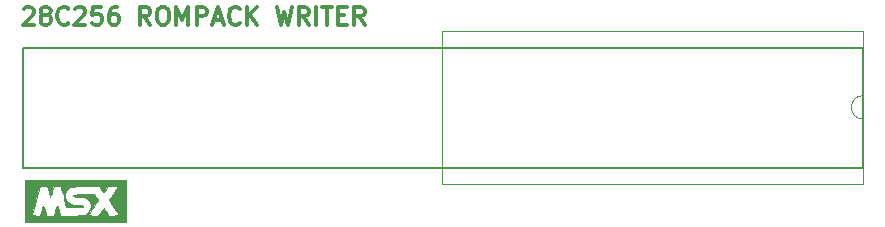
<source format=gbr>
G04 #@! TF.FileFunction,Legend,Top*
%FSLAX46Y46*%
G04 Gerber Fmt 4.6, Leading zero omitted, Abs format (unit mm)*
G04 Created by KiCad (PCBNEW 4.0.7) date 02/21/19 10:09:24*
%MOMM*%
%LPD*%
G01*
G04 APERTURE LIST*
%ADD10C,0.100000*%
%ADD11C,0.300000*%
%ADD12C,0.150000*%
%ADD13C,0.120000*%
%ADD14C,0.010000*%
G04 APERTURE END LIST*
D10*
D11*
X111745929Y-96603429D02*
X111817358Y-96532000D01*
X111960215Y-96460571D01*
X112317358Y-96460571D01*
X112460215Y-96532000D01*
X112531644Y-96603429D01*
X112603072Y-96746286D01*
X112603072Y-96889143D01*
X112531644Y-97103429D01*
X111674501Y-97960571D01*
X112603072Y-97960571D01*
X113460215Y-97103429D02*
X113317357Y-97032000D01*
X113245929Y-96960571D01*
X113174500Y-96817714D01*
X113174500Y-96746286D01*
X113245929Y-96603429D01*
X113317357Y-96532000D01*
X113460215Y-96460571D01*
X113745929Y-96460571D01*
X113888786Y-96532000D01*
X113960215Y-96603429D01*
X114031643Y-96746286D01*
X114031643Y-96817714D01*
X113960215Y-96960571D01*
X113888786Y-97032000D01*
X113745929Y-97103429D01*
X113460215Y-97103429D01*
X113317357Y-97174857D01*
X113245929Y-97246286D01*
X113174500Y-97389143D01*
X113174500Y-97674857D01*
X113245929Y-97817714D01*
X113317357Y-97889143D01*
X113460215Y-97960571D01*
X113745929Y-97960571D01*
X113888786Y-97889143D01*
X113960215Y-97817714D01*
X114031643Y-97674857D01*
X114031643Y-97389143D01*
X113960215Y-97246286D01*
X113888786Y-97174857D01*
X113745929Y-97103429D01*
X115531643Y-97817714D02*
X115460214Y-97889143D01*
X115245928Y-97960571D01*
X115103071Y-97960571D01*
X114888786Y-97889143D01*
X114745928Y-97746286D01*
X114674500Y-97603429D01*
X114603071Y-97317714D01*
X114603071Y-97103429D01*
X114674500Y-96817714D01*
X114745928Y-96674857D01*
X114888786Y-96532000D01*
X115103071Y-96460571D01*
X115245928Y-96460571D01*
X115460214Y-96532000D01*
X115531643Y-96603429D01*
X116103071Y-96603429D02*
X116174500Y-96532000D01*
X116317357Y-96460571D01*
X116674500Y-96460571D01*
X116817357Y-96532000D01*
X116888786Y-96603429D01*
X116960214Y-96746286D01*
X116960214Y-96889143D01*
X116888786Y-97103429D01*
X116031643Y-97960571D01*
X116960214Y-97960571D01*
X118317357Y-96460571D02*
X117603071Y-96460571D01*
X117531642Y-97174857D01*
X117603071Y-97103429D01*
X117745928Y-97032000D01*
X118103071Y-97032000D01*
X118245928Y-97103429D01*
X118317357Y-97174857D01*
X118388785Y-97317714D01*
X118388785Y-97674857D01*
X118317357Y-97817714D01*
X118245928Y-97889143D01*
X118103071Y-97960571D01*
X117745928Y-97960571D01*
X117603071Y-97889143D01*
X117531642Y-97817714D01*
X119674499Y-96460571D02*
X119388785Y-96460571D01*
X119245928Y-96532000D01*
X119174499Y-96603429D01*
X119031642Y-96817714D01*
X118960213Y-97103429D01*
X118960213Y-97674857D01*
X119031642Y-97817714D01*
X119103070Y-97889143D01*
X119245928Y-97960571D01*
X119531642Y-97960571D01*
X119674499Y-97889143D01*
X119745928Y-97817714D01*
X119817356Y-97674857D01*
X119817356Y-97317714D01*
X119745928Y-97174857D01*
X119674499Y-97103429D01*
X119531642Y-97032000D01*
X119245928Y-97032000D01*
X119103070Y-97103429D01*
X119031642Y-97174857D01*
X118960213Y-97317714D01*
X122460213Y-97960571D02*
X121960213Y-97246286D01*
X121603070Y-97960571D02*
X121603070Y-96460571D01*
X122174498Y-96460571D01*
X122317356Y-96532000D01*
X122388784Y-96603429D01*
X122460213Y-96746286D01*
X122460213Y-96960571D01*
X122388784Y-97103429D01*
X122317356Y-97174857D01*
X122174498Y-97246286D01*
X121603070Y-97246286D01*
X123388784Y-96460571D02*
X123674498Y-96460571D01*
X123817356Y-96532000D01*
X123960213Y-96674857D01*
X124031641Y-96960571D01*
X124031641Y-97460571D01*
X123960213Y-97746286D01*
X123817356Y-97889143D01*
X123674498Y-97960571D01*
X123388784Y-97960571D01*
X123245927Y-97889143D01*
X123103070Y-97746286D01*
X123031641Y-97460571D01*
X123031641Y-96960571D01*
X123103070Y-96674857D01*
X123245927Y-96532000D01*
X123388784Y-96460571D01*
X124674499Y-97960571D02*
X124674499Y-96460571D01*
X125174499Y-97532000D01*
X125674499Y-96460571D01*
X125674499Y-97960571D01*
X126388785Y-97960571D02*
X126388785Y-96460571D01*
X126960213Y-96460571D01*
X127103071Y-96532000D01*
X127174499Y-96603429D01*
X127245928Y-96746286D01*
X127245928Y-96960571D01*
X127174499Y-97103429D01*
X127103071Y-97174857D01*
X126960213Y-97246286D01*
X126388785Y-97246286D01*
X127817356Y-97532000D02*
X128531642Y-97532000D01*
X127674499Y-97960571D02*
X128174499Y-96460571D01*
X128674499Y-97960571D01*
X130031642Y-97817714D02*
X129960213Y-97889143D01*
X129745927Y-97960571D01*
X129603070Y-97960571D01*
X129388785Y-97889143D01*
X129245927Y-97746286D01*
X129174499Y-97603429D01*
X129103070Y-97317714D01*
X129103070Y-97103429D01*
X129174499Y-96817714D01*
X129245927Y-96674857D01*
X129388785Y-96532000D01*
X129603070Y-96460571D01*
X129745927Y-96460571D01*
X129960213Y-96532000D01*
X130031642Y-96603429D01*
X130674499Y-97960571D02*
X130674499Y-96460571D01*
X131531642Y-97960571D02*
X130888785Y-97103429D01*
X131531642Y-96460571D02*
X130674499Y-97317714D01*
X133174499Y-96460571D02*
X133531642Y-97960571D01*
X133817356Y-96889143D01*
X134103070Y-97960571D01*
X134460213Y-96460571D01*
X135888785Y-97960571D02*
X135388785Y-97246286D01*
X135031642Y-97960571D02*
X135031642Y-96460571D01*
X135603070Y-96460571D01*
X135745928Y-96532000D01*
X135817356Y-96603429D01*
X135888785Y-96746286D01*
X135888785Y-96960571D01*
X135817356Y-97103429D01*
X135745928Y-97174857D01*
X135603070Y-97246286D01*
X135031642Y-97246286D01*
X136531642Y-97960571D02*
X136531642Y-96460571D01*
X137031642Y-96460571D02*
X137888785Y-96460571D01*
X137460214Y-97960571D02*
X137460214Y-96460571D01*
X138388785Y-97174857D02*
X138888785Y-97174857D01*
X139103071Y-97960571D02*
X138388785Y-97960571D01*
X138388785Y-96460571D01*
X139103071Y-96460571D01*
X140603071Y-97960571D02*
X140103071Y-97246286D01*
X139745928Y-97960571D02*
X139745928Y-96460571D01*
X140317356Y-96460571D01*
X140460214Y-96532000D01*
X140531642Y-96603429D01*
X140603071Y-96746286D01*
X140603071Y-96960571D01*
X140531642Y-97103429D01*
X140460214Y-97174857D01*
X140317356Y-97246286D01*
X139745928Y-97246286D01*
D12*
X111671000Y-99924000D02*
X182791000Y-99924000D01*
X182791000Y-99924000D02*
X182791000Y-110084000D01*
X182791000Y-110084000D02*
X111671000Y-110084000D01*
X111671000Y-110084000D02*
X111671000Y-99924000D01*
D13*
X182826000Y-105965500D02*
G75*
G02X182826000Y-103965500I0J1000000D01*
G01*
X182826000Y-103965500D02*
X182826000Y-98505500D01*
X182826000Y-98505500D02*
X147146000Y-98505500D01*
X147146000Y-98505500D02*
X147146000Y-111425500D01*
X147146000Y-111425500D02*
X182826000Y-111425500D01*
X182826000Y-111425500D02*
X182826000Y-105965500D01*
D14*
G36*
X120408700Y-114630200D02*
X111823500Y-114630200D01*
X111823500Y-114069976D01*
X112433100Y-114069976D01*
X112480510Y-114097752D01*
X112609601Y-114116121D01*
X112785095Y-114122200D01*
X113137090Y-114122200D01*
X113213671Y-113855500D01*
X113264386Y-113674995D01*
X113308262Y-113512291D01*
X113324504Y-113448620D01*
X113367753Y-113321958D01*
X113411895Y-113295813D01*
X113458115Y-113370543D01*
X113496728Y-113500530D01*
X113544933Y-113693186D01*
X113593297Y-113882373D01*
X113606158Y-113931700D01*
X113656216Y-114122200D01*
X114305490Y-114122200D01*
X114382071Y-113855500D01*
X114432786Y-113674995D01*
X114476662Y-113512291D01*
X114492904Y-113448620D01*
X114529496Y-113334035D01*
X114567032Y-113301154D01*
X114609913Y-113354766D01*
X114662542Y-113499658D01*
X114716579Y-113691910D01*
X114830250Y-114122200D01*
X115859362Y-114122200D01*
X116209138Y-114121680D01*
X116472603Y-114119149D01*
X116665047Y-114113147D01*
X116801758Y-114102214D01*
X116898024Y-114084889D01*
X116969134Y-114059713D01*
X117030377Y-114025227D01*
X117056416Y-114007900D01*
X117273911Y-113817339D01*
X117402055Y-113595444D01*
X117448520Y-113376684D01*
X117426349Y-113117600D01*
X117308001Y-112887853D01*
X117092418Y-112685500D01*
X117059878Y-112662908D01*
X116959355Y-112605185D01*
X116849001Y-112570280D01*
X116699934Y-112552834D01*
X116483272Y-112547490D01*
X116437193Y-112547400D01*
X116210792Y-112543828D01*
X116067276Y-112531103D01*
X115988117Y-112506207D01*
X115955829Y-112469009D01*
X115940991Y-112389123D01*
X115947977Y-112368389D01*
X116003592Y-112359190D01*
X116143664Y-112347691D01*
X116351108Y-112334970D01*
X116608837Y-112322102D01*
X116830553Y-112312782D01*
X117690900Y-112279404D01*
X117864466Y-112522396D01*
X117958295Y-112663115D01*
X118021320Y-112775556D01*
X118038033Y-112823957D01*
X118010225Y-112884705D01*
X117933848Y-113011480D01*
X117819471Y-113187694D01*
X117677661Y-113396760D01*
X117623166Y-113475106D01*
X117474762Y-113688894D01*
X117349839Y-113872310D01*
X117258843Y-114009751D01*
X117212215Y-114085612D01*
X117208300Y-114094943D01*
X117255065Y-114107664D01*
X117379244Y-114117215D01*
X117556662Y-114121957D01*
X117610240Y-114122200D01*
X118012181Y-114122200D01*
X118253525Y-113783987D01*
X118364348Y-113627369D01*
X118442396Y-113533625D01*
X118506231Y-113506105D01*
X118574413Y-113548158D01*
X118665503Y-113663135D01*
X118798061Y-113854384D01*
X118820153Y-113886239D01*
X118984206Y-114122200D01*
X119391653Y-114122200D01*
X119580659Y-114119069D01*
X119723080Y-114110749D01*
X119794904Y-114098846D01*
X119799100Y-114094943D01*
X119771505Y-114045777D01*
X119695682Y-113929268D01*
X119582076Y-113761018D01*
X119441130Y-113556633D01*
X119384233Y-113475106D01*
X119235325Y-113258663D01*
X119110109Y-113069512D01*
X119019142Y-112924157D01*
X118972983Y-112839105D01*
X118969366Y-112826561D01*
X118996903Y-112766215D01*
X119072366Y-112639934D01*
X119185036Y-112464746D01*
X119324193Y-112257681D01*
X119362648Y-112201798D01*
X119755929Y-111633000D01*
X119333014Y-111633098D01*
X118910100Y-111633196D01*
X118734788Y-111890410D01*
X118636009Y-112030303D01*
X118557053Y-112133069D01*
X118520668Y-112171611D01*
X118475475Y-112144969D01*
X118394159Y-112052096D01*
X118294250Y-111913036D01*
X118293394Y-111911749D01*
X118104930Y-111627902D01*
X116923603Y-111643151D01*
X116525591Y-111648886D01*
X116215279Y-111656723D01*
X115978774Y-111669900D01*
X115802182Y-111691655D01*
X115671611Y-111725224D01*
X115573167Y-111773846D01*
X115492955Y-111840758D01*
X115417084Y-111929198D01*
X115357238Y-112008164D01*
X115276658Y-112187575D01*
X115248435Y-112411355D01*
X115272571Y-112636801D01*
X115349065Y-112821212D01*
X115357238Y-112832635D01*
X115485198Y-112984993D01*
X115616304Y-113088011D01*
X115776065Y-113152613D01*
X115989988Y-113189722D01*
X116233285Y-113207800D01*
X116464457Y-113222245D01*
X116612622Y-113239572D01*
X116696365Y-113264011D01*
X116734269Y-113299790D01*
X116741898Y-113323559D01*
X116741722Y-113359516D01*
X116714924Y-113383863D01*
X116646291Y-113398306D01*
X116520611Y-113404548D01*
X116322669Y-113404296D01*
X116061971Y-113399759D01*
X115364832Y-113385600D01*
X115192154Y-112776000D01*
X115117251Y-112511533D01*
X115044561Y-112254807D01*
X114982875Y-112036873D01*
X114944069Y-111899700D01*
X114868661Y-111633000D01*
X114276017Y-111633000D01*
X114159538Y-112052100D01*
X114102483Y-112247628D01*
X114051469Y-112405175D01*
X114014959Y-112499183D01*
X114007052Y-112512487D01*
X113979184Y-112485674D01*
X113934173Y-112379574D01*
X113879526Y-112213462D01*
X113848786Y-112106087D01*
X113726528Y-111658400D01*
X113416922Y-111643455D01*
X113107315Y-111628510D01*
X112770207Y-112823131D01*
X112676647Y-113156742D01*
X112593062Y-113458731D01*
X112523240Y-113715089D01*
X112470968Y-113911806D01*
X112440033Y-114034873D01*
X112433100Y-114069976D01*
X111823500Y-114069976D01*
X111823500Y-111125000D01*
X120408700Y-111125000D01*
X120408700Y-114630200D01*
X120408700Y-114630200D01*
G37*
X120408700Y-114630200D02*
X111823500Y-114630200D01*
X111823500Y-114069976D01*
X112433100Y-114069976D01*
X112480510Y-114097752D01*
X112609601Y-114116121D01*
X112785095Y-114122200D01*
X113137090Y-114122200D01*
X113213671Y-113855500D01*
X113264386Y-113674995D01*
X113308262Y-113512291D01*
X113324504Y-113448620D01*
X113367753Y-113321958D01*
X113411895Y-113295813D01*
X113458115Y-113370543D01*
X113496728Y-113500530D01*
X113544933Y-113693186D01*
X113593297Y-113882373D01*
X113606158Y-113931700D01*
X113656216Y-114122200D01*
X114305490Y-114122200D01*
X114382071Y-113855500D01*
X114432786Y-113674995D01*
X114476662Y-113512291D01*
X114492904Y-113448620D01*
X114529496Y-113334035D01*
X114567032Y-113301154D01*
X114609913Y-113354766D01*
X114662542Y-113499658D01*
X114716579Y-113691910D01*
X114830250Y-114122200D01*
X115859362Y-114122200D01*
X116209138Y-114121680D01*
X116472603Y-114119149D01*
X116665047Y-114113147D01*
X116801758Y-114102214D01*
X116898024Y-114084889D01*
X116969134Y-114059713D01*
X117030377Y-114025227D01*
X117056416Y-114007900D01*
X117273911Y-113817339D01*
X117402055Y-113595444D01*
X117448520Y-113376684D01*
X117426349Y-113117600D01*
X117308001Y-112887853D01*
X117092418Y-112685500D01*
X117059878Y-112662908D01*
X116959355Y-112605185D01*
X116849001Y-112570280D01*
X116699934Y-112552834D01*
X116483272Y-112547490D01*
X116437193Y-112547400D01*
X116210792Y-112543828D01*
X116067276Y-112531103D01*
X115988117Y-112506207D01*
X115955829Y-112469009D01*
X115940991Y-112389123D01*
X115947977Y-112368389D01*
X116003592Y-112359190D01*
X116143664Y-112347691D01*
X116351108Y-112334970D01*
X116608837Y-112322102D01*
X116830553Y-112312782D01*
X117690900Y-112279404D01*
X117864466Y-112522396D01*
X117958295Y-112663115D01*
X118021320Y-112775556D01*
X118038033Y-112823957D01*
X118010225Y-112884705D01*
X117933848Y-113011480D01*
X117819471Y-113187694D01*
X117677661Y-113396760D01*
X117623166Y-113475106D01*
X117474762Y-113688894D01*
X117349839Y-113872310D01*
X117258843Y-114009751D01*
X117212215Y-114085612D01*
X117208300Y-114094943D01*
X117255065Y-114107664D01*
X117379244Y-114117215D01*
X117556662Y-114121957D01*
X117610240Y-114122200D01*
X118012181Y-114122200D01*
X118253525Y-113783987D01*
X118364348Y-113627369D01*
X118442396Y-113533625D01*
X118506231Y-113506105D01*
X118574413Y-113548158D01*
X118665503Y-113663135D01*
X118798061Y-113854384D01*
X118820153Y-113886239D01*
X118984206Y-114122200D01*
X119391653Y-114122200D01*
X119580659Y-114119069D01*
X119723080Y-114110749D01*
X119794904Y-114098846D01*
X119799100Y-114094943D01*
X119771505Y-114045777D01*
X119695682Y-113929268D01*
X119582076Y-113761018D01*
X119441130Y-113556633D01*
X119384233Y-113475106D01*
X119235325Y-113258663D01*
X119110109Y-113069512D01*
X119019142Y-112924157D01*
X118972983Y-112839105D01*
X118969366Y-112826561D01*
X118996903Y-112766215D01*
X119072366Y-112639934D01*
X119185036Y-112464746D01*
X119324193Y-112257681D01*
X119362648Y-112201798D01*
X119755929Y-111633000D01*
X119333014Y-111633098D01*
X118910100Y-111633196D01*
X118734788Y-111890410D01*
X118636009Y-112030303D01*
X118557053Y-112133069D01*
X118520668Y-112171611D01*
X118475475Y-112144969D01*
X118394159Y-112052096D01*
X118294250Y-111913036D01*
X118293394Y-111911749D01*
X118104930Y-111627902D01*
X116923603Y-111643151D01*
X116525591Y-111648886D01*
X116215279Y-111656723D01*
X115978774Y-111669900D01*
X115802182Y-111691655D01*
X115671611Y-111725224D01*
X115573167Y-111773846D01*
X115492955Y-111840758D01*
X115417084Y-111929198D01*
X115357238Y-112008164D01*
X115276658Y-112187575D01*
X115248435Y-112411355D01*
X115272571Y-112636801D01*
X115349065Y-112821212D01*
X115357238Y-112832635D01*
X115485198Y-112984993D01*
X115616304Y-113088011D01*
X115776065Y-113152613D01*
X115989988Y-113189722D01*
X116233285Y-113207800D01*
X116464457Y-113222245D01*
X116612622Y-113239572D01*
X116696365Y-113264011D01*
X116734269Y-113299790D01*
X116741898Y-113323559D01*
X116741722Y-113359516D01*
X116714924Y-113383863D01*
X116646291Y-113398306D01*
X116520611Y-113404548D01*
X116322669Y-113404296D01*
X116061971Y-113399759D01*
X115364832Y-113385600D01*
X115192154Y-112776000D01*
X115117251Y-112511533D01*
X115044561Y-112254807D01*
X114982875Y-112036873D01*
X114944069Y-111899700D01*
X114868661Y-111633000D01*
X114276017Y-111633000D01*
X114159538Y-112052100D01*
X114102483Y-112247628D01*
X114051469Y-112405175D01*
X114014959Y-112499183D01*
X114007052Y-112512487D01*
X113979184Y-112485674D01*
X113934173Y-112379574D01*
X113879526Y-112213462D01*
X113848786Y-112106087D01*
X113726528Y-111658400D01*
X113416922Y-111643455D01*
X113107315Y-111628510D01*
X112770207Y-112823131D01*
X112676647Y-113156742D01*
X112593062Y-113458731D01*
X112523240Y-113715089D01*
X112470968Y-113911806D01*
X112440033Y-114034873D01*
X112433100Y-114069976D01*
X111823500Y-114069976D01*
X111823500Y-111125000D01*
X120408700Y-111125000D01*
X120408700Y-114630200D01*
M02*

</source>
